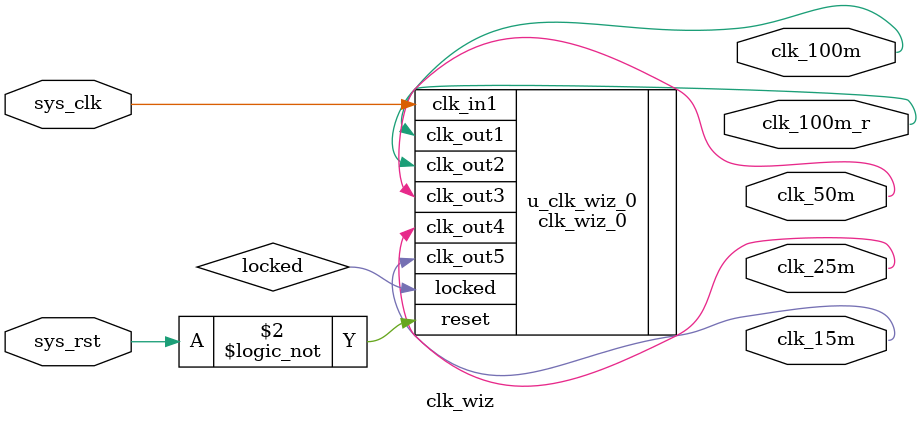
<source format=v>
module clk_wiz(
    input wire sys_clk,  // U18
    input wire sys_rst,  //J15
    (*mark_debug="true"*)output wire clk_100m,  // e19
    output wire clk_100m_r,  // d19 180�?
    (*mark_debug="true"*)output wire clk_50m,  // a20
    (*mark_debug="true"*)output wire clk_25m,  // b19
    (*mark_debug="true"*)output wire clk_15m  // d20
);

wire locked;  // 内部时钟是否稳定
wire global_rst;
// 如果时钟信号稳定之后, 且sys是高电平, 表示板子已经可以正常使用�?
// 其他的例化可以使用该信号 当做是否复位标志
assign global_rst = locked && sys_rst; 



clk_wiz_0 u_clk_wiz_0(
    .clk_in1(sys_clk),
    .reset(!sys_rst),
    .clk_out1(clk_100m),
    .clk_out2(clk_100m_r),
    .clk_out3(clk_50m),
    .clk_out4(clk_25m),
    .clk_out5(clk_15m),
    .locked(locked)
);
endmodule
</source>
